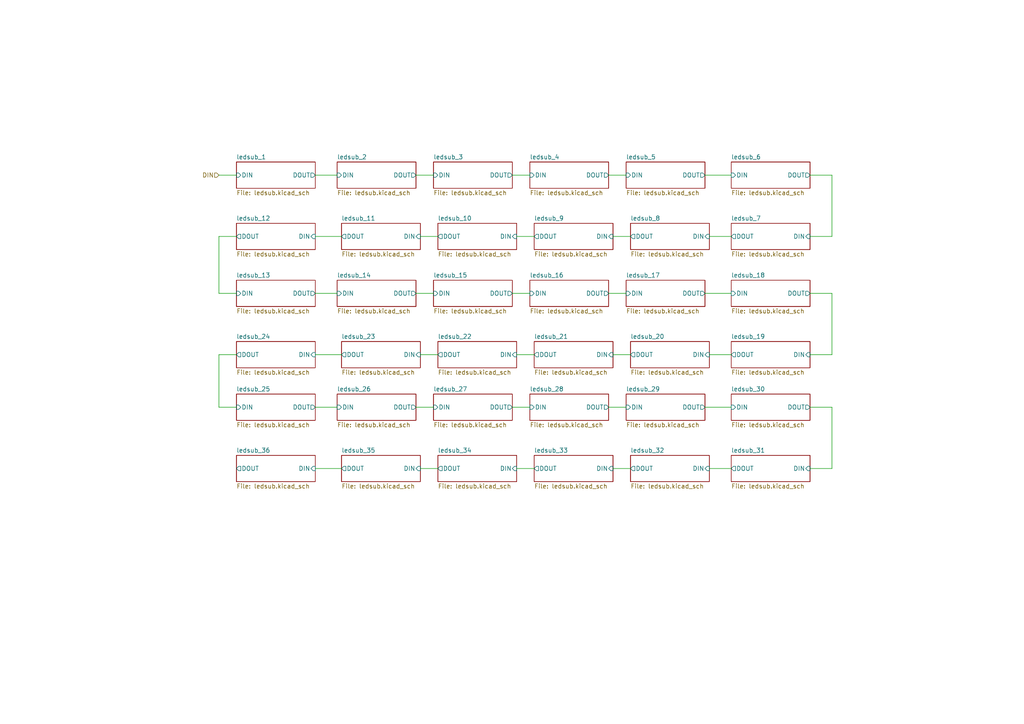
<source format=kicad_sch>
(kicad_sch
	(version 20231120)
	(generator "eeschema")
	(generator_version "8.0")
	(uuid "a4be7c34-1f6d-4a38-ab3c-fcd1dfa185d1")
	(paper "A4")
	(lib_symbols)
	(wire
		(pts
			(xy 91.44 118.11) (xy 97.79 118.11)
		)
		(stroke
			(width 0)
			(type default)
		)
		(uuid "03582ab2-6b0f-4e68-9df0-8a5bf522ee29")
	)
	(wire
		(pts
			(xy 99.06 102.87) (xy 91.44 102.87)
		)
		(stroke
			(width 0)
			(type default)
		)
		(uuid "0a28766a-6444-43cc-87b8-a1f4b078f6ea")
	)
	(wire
		(pts
			(xy 212.09 135.89) (xy 205.74 135.89)
		)
		(stroke
			(width 0)
			(type default)
		)
		(uuid "10bc6d04-cbfe-45b2-aed4-90b48ff8b3bb")
	)
	(wire
		(pts
			(xy 212.09 68.58) (xy 205.74 68.58)
		)
		(stroke
			(width 0)
			(type default)
		)
		(uuid "133cd851-e727-42d8-ab37-31ac343b3d9a")
	)
	(wire
		(pts
			(xy 204.47 85.09) (xy 212.09 85.09)
		)
		(stroke
			(width 0)
			(type default)
		)
		(uuid "166f49f4-b1ee-49bf-aead-d7f4bfcb4eaf")
	)
	(wire
		(pts
			(xy 91.44 50.8) (xy 97.79 50.8)
		)
		(stroke
			(width 0)
			(type default)
		)
		(uuid "26e5fc5e-52bd-4033-bd59-0dcff73442b6")
	)
	(wire
		(pts
			(xy 182.88 68.58) (xy 177.8 68.58)
		)
		(stroke
			(width 0)
			(type default)
		)
		(uuid "2ea43831-4ea4-4bd3-960b-33efd78baa46")
	)
	(wire
		(pts
			(xy 204.47 50.8) (xy 212.09 50.8)
		)
		(stroke
			(width 0)
			(type default)
		)
		(uuid "3001d018-0b41-4071-8d39-bf3781465691")
	)
	(wire
		(pts
			(xy 63.5 85.09) (xy 63.5 68.58)
		)
		(stroke
			(width 0)
			(type default)
		)
		(uuid "339541a5-7c5c-42a5-bb7a-5772083aa27f")
	)
	(wire
		(pts
			(xy 241.3 85.09) (xy 234.95 85.09)
		)
		(stroke
			(width 0)
			(type default)
		)
		(uuid "3c5aae41-31ba-4762-99de-cae6f1c5104d")
	)
	(wire
		(pts
			(xy 212.09 102.87) (xy 205.74 102.87)
		)
		(stroke
			(width 0)
			(type default)
		)
		(uuid "3e9270c6-b4a7-4b40-936c-34003753b5c7")
	)
	(wire
		(pts
			(xy 148.59 118.11) (xy 153.67 118.11)
		)
		(stroke
			(width 0)
			(type default)
		)
		(uuid "3f823221-00be-4255-b22a-b6fed97c4bb3")
	)
	(wire
		(pts
			(xy 182.88 135.89) (xy 177.8 135.89)
		)
		(stroke
			(width 0)
			(type default)
		)
		(uuid "40a15dda-0dee-45b8-9d5b-4192d0736892")
	)
	(wire
		(pts
			(xy 99.06 68.58) (xy 91.44 68.58)
		)
		(stroke
			(width 0)
			(type default)
		)
		(uuid "41644e53-51a5-452a-ac14-897d90df88c1")
	)
	(wire
		(pts
			(xy 120.65 50.8) (xy 125.73 50.8)
		)
		(stroke
			(width 0)
			(type default)
		)
		(uuid "46cfc454-fdf1-4da6-8378-7c104fd6532f")
	)
	(wire
		(pts
			(xy 241.3 102.87) (xy 241.3 85.09)
		)
		(stroke
			(width 0)
			(type default)
		)
		(uuid "506ba66a-f5ca-47eb-a454-e8cf029d8efd")
	)
	(wire
		(pts
			(xy 148.59 50.8) (xy 153.67 50.8)
		)
		(stroke
			(width 0)
			(type default)
		)
		(uuid "5310c6d6-5bde-4296-a4c2-dc50affb8a72")
	)
	(wire
		(pts
			(xy 241.3 68.58) (xy 241.3 50.8)
		)
		(stroke
			(width 0)
			(type default)
		)
		(uuid "54b2b7b8-30cf-4a61-b2c9-c65459774cfd")
	)
	(wire
		(pts
			(xy 182.88 102.87) (xy 177.8 102.87)
		)
		(stroke
			(width 0)
			(type default)
		)
		(uuid "5b31cd34-61ae-496d-8663-c126400b3970")
	)
	(wire
		(pts
			(xy 234.95 102.87) (xy 241.3 102.87)
		)
		(stroke
			(width 0)
			(type default)
		)
		(uuid "5b62597d-bab7-44d2-aa75-4bcc133091f8")
	)
	(wire
		(pts
			(xy 176.53 118.11) (xy 181.61 118.11)
		)
		(stroke
			(width 0)
			(type default)
		)
		(uuid "5c1f6618-e984-4db5-bc64-85c0a0249b5a")
	)
	(wire
		(pts
			(xy 204.47 118.11) (xy 212.09 118.11)
		)
		(stroke
			(width 0)
			(type default)
		)
		(uuid "684a811c-fe65-4aa8-ad8c-a4092de6802a")
	)
	(wire
		(pts
			(xy 68.58 85.09) (xy 63.5 85.09)
		)
		(stroke
			(width 0)
			(type default)
		)
		(uuid "6a710121-6859-4f50-9659-c31f3ddd23f6")
	)
	(wire
		(pts
			(xy 154.94 68.58) (xy 149.86 68.58)
		)
		(stroke
			(width 0)
			(type default)
		)
		(uuid "6fb6e8bf-5ac7-4bf5-89e9-bde75610e5bd")
	)
	(wire
		(pts
			(xy 91.44 85.09) (xy 97.79 85.09)
		)
		(stroke
			(width 0)
			(type default)
		)
		(uuid "7d53a1d2-aa54-42e5-b71a-19d2bd078fd2")
	)
	(wire
		(pts
			(xy 63.5 68.58) (xy 68.58 68.58)
		)
		(stroke
			(width 0)
			(type default)
		)
		(uuid "804f947e-9aa6-44aa-a5cd-991bfc0eb43e")
	)
	(wire
		(pts
			(xy 176.53 85.09) (xy 181.61 85.09)
		)
		(stroke
			(width 0)
			(type default)
		)
		(uuid "8b7dcd5d-db56-4e13-99f4-7ec4a43abed4")
	)
	(wire
		(pts
			(xy 127 68.58) (xy 121.92 68.58)
		)
		(stroke
			(width 0)
			(type default)
		)
		(uuid "9588d10a-a797-4a42-bd7a-c1da3f7897a6")
	)
	(wire
		(pts
			(xy 148.59 85.09) (xy 153.67 85.09)
		)
		(stroke
			(width 0)
			(type default)
		)
		(uuid "9669c678-d04a-4516-a3e1-47727feba35f")
	)
	(wire
		(pts
			(xy 154.94 135.89) (xy 149.86 135.89)
		)
		(stroke
			(width 0)
			(type default)
		)
		(uuid "9932625c-b7eb-4420-acb7-16dec0bfa1f2")
	)
	(wire
		(pts
			(xy 154.94 102.87) (xy 149.86 102.87)
		)
		(stroke
			(width 0)
			(type default)
		)
		(uuid "99ea0f42-66f2-4be4-bb2e-d0e682094701")
	)
	(wire
		(pts
			(xy 63.5 50.8) (xy 68.58 50.8)
		)
		(stroke
			(width 0)
			(type default)
		)
		(uuid "9a28ebdc-0a85-4631-a039-70d09fb0c853")
	)
	(wire
		(pts
			(xy 241.3 135.89) (xy 241.3 118.11)
		)
		(stroke
			(width 0)
			(type default)
		)
		(uuid "9c2c35f8-201a-497c-a1d1-a5fe64526210")
	)
	(wire
		(pts
			(xy 127 135.89) (xy 121.92 135.89)
		)
		(stroke
			(width 0)
			(type default)
		)
		(uuid "a0299786-6e85-40bd-82cf-17219aa0424c")
	)
	(wire
		(pts
			(xy 63.5 118.11) (xy 63.5 102.87)
		)
		(stroke
			(width 0)
			(type default)
		)
		(uuid "a5256b15-516e-4d39-ae69-272b75e419bc")
	)
	(wire
		(pts
			(xy 127 102.87) (xy 121.92 102.87)
		)
		(stroke
			(width 0)
			(type default)
		)
		(uuid "a67d559e-c9bf-4642-9343-5bc7121325c6")
	)
	(wire
		(pts
			(xy 120.65 85.09) (xy 125.73 85.09)
		)
		(stroke
			(width 0)
			(type default)
		)
		(uuid "b1d177fd-a51b-49c6-a006-17078f041801")
	)
	(wire
		(pts
			(xy 176.53 50.8) (xy 181.61 50.8)
		)
		(stroke
			(width 0)
			(type default)
		)
		(uuid "c21b050f-85b6-45a1-b516-4b40186a4887")
	)
	(wire
		(pts
			(xy 234.95 68.58) (xy 241.3 68.58)
		)
		(stroke
			(width 0)
			(type default)
		)
		(uuid "c538c337-6448-4815-8585-d2b437633207")
	)
	(wire
		(pts
			(xy 99.06 135.89) (xy 91.44 135.89)
		)
		(stroke
			(width 0)
			(type default)
		)
		(uuid "d03f9161-afb8-4c55-8bca-635281344ce1")
	)
	(wire
		(pts
			(xy 241.3 118.11) (xy 234.95 118.11)
		)
		(stroke
			(width 0)
			(type default)
		)
		(uuid "d1e2815b-605d-4149-aa88-4e4981703ace")
	)
	(wire
		(pts
			(xy 68.58 118.11) (xy 63.5 118.11)
		)
		(stroke
			(width 0)
			(type default)
		)
		(uuid "dfb4685d-23f4-44dd-9c60-cde8eb8bac93")
	)
	(wire
		(pts
			(xy 234.95 135.89) (xy 241.3 135.89)
		)
		(stroke
			(width 0)
			(type default)
		)
		(uuid "e789401c-6b03-417a-84aa-b554fc2265a3")
	)
	(wire
		(pts
			(xy 241.3 50.8) (xy 234.95 50.8)
		)
		(stroke
			(width 0)
			(type default)
		)
		(uuid "f3ad3b9e-f9d2-48f1-8fa7-bda55686b877")
	)
	(wire
		(pts
			(xy 120.65 118.11) (xy 125.73 118.11)
		)
		(stroke
			(width 0)
			(type default)
		)
		(uuid "f876b8d1-91f3-4f42-99c3-b5f67831c741")
	)
	(wire
		(pts
			(xy 63.5 102.87) (xy 68.58 102.87)
		)
		(stroke
			(width 0)
			(type default)
		)
		(uuid "fbd71b05-571a-4f5a-b4c7-421642b015b5")
	)
	(hierarchical_label "DIN"
		(shape input)
		(at 63.5 50.8 180)
		(fields_autoplaced yes)
		(effects
			(font
				(size 1.27 1.27)
			)
			(justify right)
		)
		(uuid "a69dd6f4-1e7c-4162-b878-6d61d36b9759")
	)
	(sheet
		(at 154.94 64.77)
		(size 22.86 7.62)
		(fields_autoplaced yes)
		(stroke
			(width 0.1524)
			(type solid)
		)
		(fill
			(color 0 0 0 0.0000)
		)
		(uuid "014de56d-2c42-466f-9bf1-2296f1e6fdd2")
		(property "Sheetname" "ledsub_9"
			(at 154.94 64.0584 0)
			(effects
				(font
					(size 1.27 1.27)
				)
				(justify left bottom)
			)
		)
		(property "Sheetfile" "ledsub.kicad_sch"
			(at 154.94 72.9746 0)
			(effects
				(font
					(size 1.27 1.27)
				)
				(justify left top)
			)
		)
		(pin "DIN" input
			(at 177.8 68.58 0)
			(effects
				(font
					(size 1.27 1.27)
				)
				(justify right)
			)
			(uuid "6254ee75-dd15-4ab2-90bf-00ac84d5ddb8")
		)
		(pin "DOUT" output
			(at 154.94 68.58 180)
			(effects
				(font
					(size 1.27 1.27)
				)
				(justify left)
			)
			(uuid "f1ecc466-b6b8-4c40-97fb-626bef2d84e3")
		)
		(instances
			(project "bizcard"
				(path "/7f3f26e1-61db-49d8-a68c-f315156bfd80/5d8cbbad-9a8a-47b9-976a-c32e026d92ff"
					(page "13")
				)
			)
		)
	)
	(sheet
		(at 127 64.77)
		(size 22.86 7.62)
		(fields_autoplaced yes)
		(stroke
			(width 0.1524)
			(type solid)
		)
		(fill
			(color 0 0 0 0.0000)
		)
		(uuid "04e99d1c-5915-4bd5-aebd-273f0aab74f7")
		(property "Sheetname" "ledsub_10"
			(at 127 64.0584 0)
			(effects
				(font
					(size 1.27 1.27)
				)
				(justify left bottom)
			)
		)
		(property "Sheetfile" "ledsub.kicad_sch"
			(at 127 72.9746 0)
			(effects
				(font
					(size 1.27 1.27)
				)
				(justify left top)
			)
		)
		(pin "DIN" input
			(at 149.86 68.58 0)
			(effects
				(font
					(size 1.27 1.27)
				)
				(justify right)
			)
			(uuid "94d521db-050f-4adb-8f7c-f7ac1cf82cb6")
		)
		(pin "DOUT" output
			(at 127 68.58 180)
			(effects
				(font
					(size 1.27 1.27)
				)
				(justify left)
			)
			(uuid "1871d0e3-67a4-4cc6-b97e-c5c78d035352")
		)
		(instances
			(project "bizcard"
				(path "/7f3f26e1-61db-49d8-a68c-f315156bfd80/5d8cbbad-9a8a-47b9-976a-c32e026d92ff"
					(page "14")
				)
			)
		)
	)
	(sheet
		(at 68.58 64.77)
		(size 22.86 7.62)
		(fields_autoplaced yes)
		(stroke
			(width 0.1524)
			(type solid)
		)
		(fill
			(color 0 0 0 0.0000)
		)
		(uuid "056fc479-57d5-41fb-a0de-7dee4968383e")
		(property "Sheetname" "ledsub_12"
			(at 68.58 64.0584 0)
			(effects
				(font
					(size 1.27 1.27)
				)
				(justify left bottom)
			)
		)
		(property "Sheetfile" "ledsub.kicad_sch"
			(at 68.58 72.9746 0)
			(effects
				(font
					(size 1.27 1.27)
				)
				(justify left top)
			)
		)
		(pin "DIN" input
			(at 91.44 68.58 0)
			(effects
				(font
					(size 1.27 1.27)
				)
				(justify right)
			)
			(uuid "9381a790-2993-431a-9416-9bda48dde656")
		)
		(pin "DOUT" output
			(at 68.58 68.58 180)
			(effects
				(font
					(size 1.27 1.27)
				)
				(justify left)
			)
			(uuid "a61d82b5-0636-4f66-a86d-20a347e5c937")
		)
		(instances
			(project "bizcard"
				(path "/7f3f26e1-61db-49d8-a68c-f315156bfd80/5d8cbbad-9a8a-47b9-976a-c32e026d92ff"
					(page "16")
				)
			)
		)
	)
	(sheet
		(at 154.94 132.08)
		(size 22.86 7.62)
		(fields_autoplaced yes)
		(stroke
			(width 0.1524)
			(type solid)
		)
		(fill
			(color 0 0 0 0.0000)
		)
		(uuid "07888c57-525e-47ba-9cf9-19a694a4c400")
		(property "Sheetname" "ledsub_33"
			(at 154.94 131.3684 0)
			(effects
				(font
					(size 1.27 1.27)
				)
				(justify left bottom)
			)
		)
		(property "Sheetfile" "ledsub.kicad_sch"
			(at 154.94 140.2846 0)
			(effects
				(font
					(size 1.27 1.27)
				)
				(justify left top)
			)
		)
		(pin "DIN" input
			(at 177.8 135.89 0)
			(effects
				(font
					(size 1.27 1.27)
				)
				(justify right)
			)
			(uuid "ce8bf1c7-b356-4ad6-aa8f-246945d2c7f2")
		)
		(pin "DOUT" output
			(at 154.94 135.89 180)
			(effects
				(font
					(size 1.27 1.27)
				)
				(justify left)
			)
			(uuid "851c5c6c-0154-43e7-934b-2417a8abc707")
		)
		(instances
			(project "bizcard"
				(path "/7f3f26e1-61db-49d8-a68c-f315156bfd80/5d8cbbad-9a8a-47b9-976a-c32e026d92ff"
					(page "37")
				)
			)
		)
	)
	(sheet
		(at 99.06 132.08)
		(size 22.86 7.62)
		(fields_autoplaced yes)
		(stroke
			(width 0.1524)
			(type solid)
		)
		(fill
			(color 0 0 0 0.0000)
		)
		(uuid "17acfebc-990f-42a7-8281-1633462317e4")
		(property "Sheetname" "ledsub_35"
			(at 99.06 131.3684 0)
			(effects
				(font
					(size 1.27 1.27)
				)
				(justify left bottom)
			)
		)
		(property "Sheetfile" "ledsub.kicad_sch"
			(at 99.06 140.2846 0)
			(effects
				(font
					(size 1.27 1.27)
				)
				(justify left top)
			)
		)
		(pin "DIN" input
			(at 121.92 135.89 0)
			(effects
				(font
					(size 1.27 1.27)
				)
				(justify right)
			)
			(uuid "f2f3ed0b-4b20-4b8b-9ee4-69b6bf3d8adc")
		)
		(pin "DOUT" output
			(at 99.06 135.89 180)
			(effects
				(font
					(size 1.27 1.27)
				)
				(justify left)
			)
			(uuid "e24d26f0-5e20-4278-a4bf-8144b2e130f2")
		)
		(instances
			(project "bizcard"
				(path "/7f3f26e1-61db-49d8-a68c-f315156bfd80/5d8cbbad-9a8a-47b9-976a-c32e026d92ff"
					(page "39")
				)
			)
		)
	)
	(sheet
		(at 125.73 46.99)
		(size 22.86 7.62)
		(fields_autoplaced yes)
		(stroke
			(width 0.1524)
			(type solid)
		)
		(fill
			(color 0 0 0 0.0000)
		)
		(uuid "20d8baf3-3b0f-46af-a5c6-a61880b38a0a")
		(property "Sheetname" "ledsub_3"
			(at 125.73 46.2784 0)
			(effects
				(font
					(size 1.27 1.27)
				)
				(justify left bottom)
			)
		)
		(property "Sheetfile" "ledsub.kicad_sch"
			(at 125.73 55.1946 0)
			(effects
				(font
					(size 1.27 1.27)
				)
				(justify left top)
			)
		)
		(pin "DIN" input
			(at 125.73 50.8 180)
			(effects
				(font
					(size 1.27 1.27)
				)
				(justify left)
			)
			(uuid "50d9ea25-6b94-4988-9590-c58bdee6d72d")
		)
		(pin "DOUT" output
			(at 148.59 50.8 0)
			(effects
				(font
					(size 1.27 1.27)
				)
				(justify right)
			)
			(uuid "c7539f90-20e8-491f-84fe-f707b06e14b0")
		)
		(instances
			(project "bizcard"
				(path "/7f3f26e1-61db-49d8-a68c-f315156bfd80/5d8cbbad-9a8a-47b9-976a-c32e026d92ff"
					(page "7")
				)
			)
		)
	)
	(sheet
		(at 99.06 99.06)
		(size 22.86 7.62)
		(fields_autoplaced yes)
		(stroke
			(width 0.1524)
			(type solid)
		)
		(fill
			(color 0 0 0 0.0000)
		)
		(uuid "2aba44fb-b482-4569-be03-5ff37c7ec04f")
		(property "Sheetname" "ledsub_23"
			(at 99.06 98.3484 0)
			(effects
				(font
					(size 1.27 1.27)
				)
				(justify left bottom)
			)
		)
		(property "Sheetfile" "ledsub.kicad_sch"
			(at 99.06 107.2646 0)
			(effects
				(font
					(size 1.27 1.27)
				)
				(justify left top)
			)
		)
		(pin "DIN" input
			(at 121.92 102.87 0)
			(effects
				(font
					(size 1.27 1.27)
				)
				(justify right)
			)
			(uuid "b22ba824-731a-40d1-b559-2c52848aafe1")
		)
		(pin "DOUT" output
			(at 99.06 102.87 180)
			(effects
				(font
					(size 1.27 1.27)
				)
				(justify left)
			)
			(uuid "8b6747ed-3283-4491-8cce-ef404b566f78")
		)
		(instances
			(project "bizcard"
				(path "/7f3f26e1-61db-49d8-a68c-f315156bfd80/5d8cbbad-9a8a-47b9-976a-c32e026d92ff"
					(page "27")
				)
			)
		)
	)
	(sheet
		(at 212.09 99.06)
		(size 22.86 7.62)
		(fields_autoplaced yes)
		(stroke
			(width 0.1524)
			(type solid)
		)
		(fill
			(color 0 0 0 0.0000)
		)
		(uuid "2af11d9f-0faa-42ab-b4b8-5767908cf4b4")
		(property "Sheetname" "ledsub_19"
			(at 212.09 98.3484 0)
			(effects
				(font
					(size 1.27 1.27)
				)
				(justify left bottom)
			)
		)
		(property "Sheetfile" "ledsub.kicad_sch"
			(at 212.09 107.2646 0)
			(effects
				(font
					(size 1.27 1.27)
				)
				(justify left top)
			)
		)
		(pin "DIN" input
			(at 234.95 102.87 0)
			(effects
				(font
					(size 1.27 1.27)
				)
				(justify right)
			)
			(uuid "6b12a07e-0971-440e-8cd9-edf729add05b")
		)
		(pin "DOUT" output
			(at 212.09 102.87 180)
			(effects
				(font
					(size 1.27 1.27)
				)
				(justify left)
			)
			(uuid "f4ebc666-6ddf-445f-acfb-5e48a9933bf4")
		)
		(instances
			(project "bizcard"
				(path "/7f3f26e1-61db-49d8-a68c-f315156bfd80/5d8cbbad-9a8a-47b9-976a-c32e026d92ff"
					(page "23")
				)
			)
		)
	)
	(sheet
		(at 127 99.06)
		(size 22.86 7.62)
		(fields_autoplaced yes)
		(stroke
			(width 0.1524)
			(type solid)
		)
		(fill
			(color 0 0 0 0.0000)
		)
		(uuid "2d351803-a951-49b1-936b-f3407b7af65e")
		(property "Sheetname" "ledsub_22"
			(at 127 98.3484 0)
			(effects
				(font
					(size 1.27 1.27)
				)
				(justify left bottom)
			)
		)
		(property "Sheetfile" "ledsub.kicad_sch"
			(at 127 107.2646 0)
			(effects
				(font
					(size 1.27 1.27)
				)
				(justify left top)
			)
		)
		(pin "DIN" input
			(at 149.86 102.87 0)
			(effects
				(font
					(size 1.27 1.27)
				)
				(justify right)
			)
			(uuid "794724c2-22ff-4606-a6d4-6e69b7e951e7")
		)
		(pin "DOUT" output
			(at 127 102.87 180)
			(effects
				(font
					(size 1.27 1.27)
				)
				(justify left)
			)
			(uuid "a99de226-931c-4bd3-8043-ac18c841ea4e")
		)
		(instances
			(project "bizcard"
				(path "/7f3f26e1-61db-49d8-a68c-f315156bfd80/5d8cbbad-9a8a-47b9-976a-c32e026d92ff"
					(page "26")
				)
			)
		)
	)
	(sheet
		(at 125.73 114.3)
		(size 22.86 7.62)
		(fields_autoplaced yes)
		(stroke
			(width 0.1524)
			(type solid)
		)
		(fill
			(color 0 0 0 0.0000)
		)
		(uuid "373355db-151c-4aba-97b5-d2d67f7b8595")
		(property "Sheetname" "ledsub_27"
			(at 125.73 113.5884 0)
			(effects
				(font
					(size 1.27 1.27)
				)
				(justify left bottom)
			)
		)
		(property "Sheetfile" "ledsub.kicad_sch"
			(at 125.73 122.5046 0)
			(effects
				(font
					(size 1.27 1.27)
				)
				(justify left top)
			)
		)
		(pin "DIN" input
			(at 125.73 118.11 180)
			(effects
				(font
					(size 1.27 1.27)
				)
				(justify left)
			)
			(uuid "c27414b2-4fba-4e7b-94b1-580441cccedb")
		)
		(pin "DOUT" output
			(at 148.59 118.11 0)
			(effects
				(font
					(size 1.27 1.27)
				)
				(justify right)
			)
			(uuid "b14c1573-3972-4d56-ba03-045529e8d138")
		)
		(instances
			(project "bizcard"
				(path "/7f3f26e1-61db-49d8-a68c-f315156bfd80/5d8cbbad-9a8a-47b9-976a-c32e026d92ff"
					(page "31")
				)
			)
		)
	)
	(sheet
		(at 154.94 99.06)
		(size 22.86 7.62)
		(fields_autoplaced yes)
		(stroke
			(width 0.1524)
			(type solid)
		)
		(fill
			(color 0 0 0 0.0000)
		)
		(uuid "3effd706-b85b-4b92-881c-50e75767ad87")
		(property "Sheetname" "ledsub_21"
			(at 154.94 98.3484 0)
			(effects
				(font
					(size 1.27 1.27)
				)
				(justify left bottom)
			)
		)
		(property "Sheetfile" "ledsub.kicad_sch"
			(at 154.94 107.2646 0)
			(effects
				(font
					(size 1.27 1.27)
				)
				(justify left top)
			)
		)
		(pin "DIN" input
			(at 177.8 102.87 0)
			(effects
				(font
					(size 1.27 1.27)
				)
				(justify right)
			)
			(uuid "810dabdc-b222-4c68-b3a2-3d3a9d61a450")
		)
		(pin "DOUT" output
			(at 154.94 102.87 180)
			(effects
				(font
					(size 1.27 1.27)
				)
				(justify left)
			)
			(uuid "76244ad8-61b8-44cf-beb6-917d9068edf1")
		)
		(instances
			(project "bizcard"
				(path "/7f3f26e1-61db-49d8-a68c-f315156bfd80/5d8cbbad-9a8a-47b9-976a-c32e026d92ff"
					(page "25")
				)
			)
		)
	)
	(sheet
		(at 68.58 114.3)
		(size 22.86 7.62)
		(fields_autoplaced yes)
		(stroke
			(width 0.1524)
			(type solid)
		)
		(fill
			(color 0 0 0 0.0000)
		)
		(uuid "3f265ef2-0d4c-4497-9599-791998c75c1d")
		(property "Sheetname" "ledsub_25"
			(at 68.58 113.5884 0)
			(effects
				(font
					(size 1.27 1.27)
				)
				(justify left bottom)
			)
		)
		(property "Sheetfile" "ledsub.kicad_sch"
			(at 68.58 122.5046 0)
			(effects
				(font
					(size 1.27 1.27)
				)
				(justify left top)
			)
		)
		(pin "DIN" input
			(at 68.58 118.11 180)
			(effects
				(font
					(size 1.27 1.27)
				)
				(justify left)
			)
			(uuid "8caa447f-4502-4b4c-a32d-c81c6dd1fb2d")
		)
		(pin "DOUT" output
			(at 91.44 118.11 0)
			(effects
				(font
					(size 1.27 1.27)
				)
				(justify right)
			)
			(uuid "653d67f1-2f8c-4098-9efb-3cd2fca6809e")
		)
		(instances
			(project "bizcard"
				(path "/7f3f26e1-61db-49d8-a68c-f315156bfd80/5d8cbbad-9a8a-47b9-976a-c32e026d92ff"
					(page "29")
				)
			)
		)
	)
	(sheet
		(at 212.09 64.77)
		(size 22.86 7.62)
		(fields_autoplaced yes)
		(stroke
			(width 0.1524)
			(type solid)
		)
		(fill
			(color 0 0 0 0.0000)
		)
		(uuid "49390c7a-2128-4f61-beed-8dc7ffc01497")
		(property "Sheetname" "ledsub_7"
			(at 212.09 64.0584 0)
			(effects
				(font
					(size 1.27 1.27)
				)
				(justify left bottom)
			)
		)
		(property "Sheetfile" "ledsub.kicad_sch"
			(at 212.09 72.9746 0)
			(effects
				(font
					(size 1.27 1.27)
				)
				(justify left top)
			)
		)
		(pin "DIN" input
			(at 234.95 68.58 0)
			(effects
				(font
					(size 1.27 1.27)
				)
				(justify right)
			)
			(uuid "be95a52f-cdd2-4453-a78b-c7155a37cac7")
		)
		(pin "DOUT" output
			(at 212.09 68.58 180)
			(effects
				(font
					(size 1.27 1.27)
				)
				(justify left)
			)
			(uuid "9ab36d8d-6c78-4d16-b079-9a72647f9f3d")
		)
		(instances
			(project "bizcard"
				(path "/7f3f26e1-61db-49d8-a68c-f315156bfd80/5d8cbbad-9a8a-47b9-976a-c32e026d92ff"
					(page "11")
				)
			)
		)
	)
	(sheet
		(at 97.79 114.3)
		(size 22.86 7.62)
		(fields_autoplaced yes)
		(stroke
			(width 0.1524)
			(type solid)
		)
		(fill
			(color 0 0 0 0.0000)
		)
		(uuid "59f46179-eaa3-49e4-b6f7-ba9513cbb4c9")
		(property "Sheetname" "ledsub_26"
			(at 97.79 113.5884 0)
			(effects
				(font
					(size 1.27 1.27)
				)
				(justify left bottom)
			)
		)
		(property "Sheetfile" "ledsub.kicad_sch"
			(at 97.79 122.5046 0)
			(effects
				(font
					(size 1.27 1.27)
				)
				(justify left top)
			)
		)
		(pin "DIN" input
			(at 97.79 118.11 180)
			(effects
				(font
					(size 1.27 1.27)
				)
				(justify left)
			)
			(uuid "13685d03-c226-49b6-aca5-1b65aea6e6f0")
		)
		(pin "DOUT" output
			(at 120.65 118.11 0)
			(effects
				(font
					(size 1.27 1.27)
				)
				(justify right)
			)
			(uuid "ff2d8fe3-22e9-43c5-9e3c-0f50fa672355")
		)
		(instances
			(project "bizcard"
				(path "/7f3f26e1-61db-49d8-a68c-f315156bfd80/5d8cbbad-9a8a-47b9-976a-c32e026d92ff"
					(page "30")
				)
			)
		)
	)
	(sheet
		(at 97.79 81.28)
		(size 22.86 7.62)
		(fields_autoplaced yes)
		(stroke
			(width 0.1524)
			(type solid)
		)
		(fill
			(color 0 0 0 0.0000)
		)
		(uuid "62e7a1dc-740d-4e4a-8234-4648feaff875")
		(property "Sheetname" "ledsub_14"
			(at 97.79 80.5684 0)
			(effects
				(font
					(size 1.27 1.27)
				)
				(justify left bottom)
			)
		)
		(property "Sheetfile" "ledsub.kicad_sch"
			(at 97.79 89.4846 0)
			(effects
				(font
					(size 1.27 1.27)
				)
				(justify left top)
			)
		)
		(pin "DIN" input
			(at 97.79 85.09 180)
			(effects
				(font
					(size 1.27 1.27)
				)
				(justify left)
			)
			(uuid "34039315-a499-4f42-80d3-a8017d26a16d")
		)
		(pin "DOUT" output
			(at 120.65 85.09 0)
			(effects
				(font
					(size 1.27 1.27)
				)
				(justify right)
			)
			(uuid "c21188c2-125f-4ac6-ac91-34296d01b1d8")
		)
		(instances
			(project "bizcard"
				(path "/7f3f26e1-61db-49d8-a68c-f315156bfd80/5d8cbbad-9a8a-47b9-976a-c32e026d92ff"
					(page "18")
				)
			)
		)
	)
	(sheet
		(at 127 132.08)
		(size 22.86 7.62)
		(fields_autoplaced yes)
		(stroke
			(width 0.1524)
			(type solid)
		)
		(fill
			(color 0 0 0 0.0000)
		)
		(uuid "668d5b9c-1612-44ec-b636-be70df38776f")
		(property "Sheetname" "ledsub_34"
			(at 127 131.3684 0)
			(effects
				(font
					(size 1.27 1.27)
				)
				(justify left bottom)
			)
		)
		(property "Sheetfile" "ledsub.kicad_sch"
			(at 127 140.2846 0)
			(effects
				(font
					(size 1.27 1.27)
				)
				(justify left top)
			)
		)
		(pin "DIN" input
			(at 149.86 135.89 0)
			(effects
				(font
					(size 1.27 1.27)
				)
				(justify right)
			)
			(uuid "576bebd8-72b6-402f-9d6f-e8d8717c4d4a")
		)
		(pin "DOUT" output
			(at 127 135.89 180)
			(effects
				(font
					(size 1.27 1.27)
				)
				(justify left)
			)
			(uuid "553f7f62-dbbc-484f-b6b7-7024bce5d0aa")
		)
		(instances
			(project "bizcard"
				(path "/7f3f26e1-61db-49d8-a68c-f315156bfd80/5d8cbbad-9a8a-47b9-976a-c32e026d92ff"
					(page "38")
				)
			)
		)
	)
	(sheet
		(at 153.67 114.3)
		(size 22.86 7.62)
		(fields_autoplaced yes)
		(stroke
			(width 0.1524)
			(type solid)
		)
		(fill
			(color 0 0 0 0.0000)
		)
		(uuid "7064f8e4-7de6-43dd-a81f-2f3f9a1a0f75")
		(property "Sheetname" "ledsub_28"
			(at 153.67 113.5884 0)
			(effects
				(font
					(size 1.27 1.27)
				)
				(justify left bottom)
			)
		)
		(property "Sheetfile" "ledsub.kicad_sch"
			(at 153.67 122.5046 0)
			(effects
				(font
					(size 1.27 1.27)
				)
				(justify left top)
			)
		)
		(pin "DIN" input
			(at 153.67 118.11 180)
			(effects
				(font
					(size 1.27 1.27)
				)
				(justify left)
			)
			(uuid "ce317913-ee90-4d76-ae5b-24a318a86908")
		)
		(pin "DOUT" output
			(at 176.53 118.11 0)
			(effects
				(font
					(size 1.27 1.27)
				)
				(justify right)
			)
			(uuid "2a625d62-227e-4fa9-b5de-fe2bf33207f3")
		)
		(instances
			(project "bizcard"
				(path "/7f3f26e1-61db-49d8-a68c-f315156bfd80/5d8cbbad-9a8a-47b9-976a-c32e026d92ff"
					(page "32")
				)
			)
		)
	)
	(sheet
		(at 182.88 132.08)
		(size 22.86 7.62)
		(fields_autoplaced yes)
		(stroke
			(width 0.1524)
			(type solid)
		)
		(fill
			(color 0 0 0 0.0000)
		)
		(uuid "7af859dd-a8bd-422c-840a-19be4da4f714")
		(property "Sheetname" "ledsub_32"
			(at 182.88 131.3684 0)
			(effects
				(font
					(size 1.27 1.27)
				)
				(justify left bottom)
			)
		)
		(property "Sheetfile" "ledsub.kicad_sch"
			(at 182.88 140.2846 0)
			(effects
				(font
					(size 1.27 1.27)
				)
				(justify left top)
			)
		)
		(pin "DIN" input
			(at 205.74 135.89 0)
			(effects
				(font
					(size 1.27 1.27)
				)
				(justify right)
			)
			(uuid "d80874a3-8f28-4d74-b022-aba5612167ab")
		)
		(pin "DOUT" output
			(at 182.88 135.89 180)
			(effects
				(font
					(size 1.27 1.27)
				)
				(justify left)
			)
			(uuid "d1cd84c1-307f-419a-8c0a-0caa5bc07717")
		)
		(instances
			(project "bizcard"
				(path "/7f3f26e1-61db-49d8-a68c-f315156bfd80/5d8cbbad-9a8a-47b9-976a-c32e026d92ff"
					(page "36")
				)
			)
		)
	)
	(sheet
		(at 68.58 81.28)
		(size 22.86 7.62)
		(fields_autoplaced yes)
		(stroke
			(width 0.1524)
			(type solid)
		)
		(fill
			(color 0 0 0 0.0000)
		)
		(uuid "7bfe7337-3231-4693-a467-e1de441cb632")
		(property "Sheetname" "ledsub_13"
			(at 68.58 80.5684 0)
			(effects
				(font
					(size 1.27 1.27)
				)
				(justify left bottom)
			)
		)
		(property "Sheetfile" "ledsub.kicad_sch"
			(at 68.58 89.4846 0)
			(effects
				(font
					(size 1.27 1.27)
				)
				(justify left top)
			)
		)
		(pin "DIN" input
			(at 68.58 85.09 180)
			(effects
				(font
					(size 1.27 1.27)
				)
				(justify left)
			)
			(uuid "978101c9-f743-4cb2-b77f-d8deacd4afc0")
		)
		(pin "DOUT" output
			(at 91.44 85.09 0)
			(effects
				(font
					(size 1.27 1.27)
				)
				(justify right)
			)
			(uuid "14284a6b-8726-4539-a20e-68e0bfdd56ad")
		)
		(instances
			(project "bizcard"
				(path "/7f3f26e1-61db-49d8-a68c-f315156bfd80/5d8cbbad-9a8a-47b9-976a-c32e026d92ff"
					(page "17")
				)
			)
		)
	)
	(sheet
		(at 99.06 64.77)
		(size 22.86 7.62)
		(fields_autoplaced yes)
		(stroke
			(width 0.1524)
			(type solid)
		)
		(fill
			(color 0 0 0 0.0000)
		)
		(uuid "82f5945d-d9a1-4b8d-b260-7659bc126cab")
		(property "Sheetname" "ledsub_11"
			(at 99.06 64.0584 0)
			(effects
				(font
					(size 1.27 1.27)
				)
				(justify left bottom)
			)
		)
		(property "Sheetfile" "ledsub.kicad_sch"
			(at 99.06 72.9746 0)
			(effects
				(font
					(size 1.27 1.27)
				)
				(justify left top)
			)
		)
		(pin "DIN" input
			(at 121.92 68.58 0)
			(effects
				(font
					(size 1.27 1.27)
				)
				(justify right)
			)
			(uuid "36e083a0-ff4d-49d6-bf46-d82301003d8d")
		)
		(pin "DOUT" output
			(at 99.06 68.58 180)
			(effects
				(font
					(size 1.27 1.27)
				)
				(justify left)
			)
			(uuid "9e1760a3-e2ec-4099-9c78-edbcca9cc3f9")
		)
		(instances
			(project "bizcard"
				(path "/7f3f26e1-61db-49d8-a68c-f315156bfd80/5d8cbbad-9a8a-47b9-976a-c32e026d92ff"
					(page "15")
				)
			)
		)
	)
	(sheet
		(at 212.09 132.08)
		(size 22.86 7.62)
		(fields_autoplaced yes)
		(stroke
			(width 0.1524)
			(type solid)
		)
		(fill
			(color 0 0 0 0.0000)
		)
		(uuid "87289c29-58df-42ab-a67e-edfae930b805")
		(property "Sheetname" "ledsub_31"
			(at 212.09 131.3684 0)
			(effects
				(font
					(size 1.27 1.27)
				)
				(justify left bottom)
			)
		)
		(property "Sheetfile" "ledsub.kicad_sch"
			(at 212.09 140.2846 0)
			(effects
				(font
					(size 1.27 1.27)
				)
				(justify left top)
			)
		)
		(pin "DIN" input
			(at 234.95 135.89 0)
			(effects
				(font
					(size 1.27 1.27)
				)
				(justify right)
			)
			(uuid "4e91d86c-8e88-4395-b487-88300ce95cdc")
		)
		(pin "DOUT" output
			(at 212.09 135.89 180)
			(effects
				(font
					(size 1.27 1.27)
				)
				(justify left)
			)
			(uuid "3a946067-82cc-4806-9a71-0956f8841cc8")
		)
		(instances
			(project "bizcard"
				(path "/7f3f26e1-61db-49d8-a68c-f315156bfd80/5d8cbbad-9a8a-47b9-976a-c32e026d92ff"
					(page "35")
				)
			)
		)
	)
	(sheet
		(at 68.58 46.99)
		(size 22.86 7.62)
		(fields_autoplaced yes)
		(stroke
			(width 0.1524)
			(type solid)
		)
		(fill
			(color 0 0 0 0.0000)
		)
		(uuid "93c1b363-d575-4f58-b147-315e050d95c9")
		(property "Sheetname" "ledsub_1"
			(at 68.58 46.2784 0)
			(effects
				(font
					(size 1.27 1.27)
				)
				(justify left bottom)
			)
		)
		(property "Sheetfile" "ledsub.kicad_sch"
			(at 68.58 55.1946 0)
			(effects
				(font
					(size 1.27 1.27)
				)
				(justify left top)
			)
		)
		(pin "DIN" input
			(at 68.58 50.8 180)
			(effects
				(font
					(size 1.27 1.27)
				)
				(justify left)
			)
			(uuid "2c0549fa-6226-476b-88c1-446835d2c378")
		)
		(pin "DOUT" output
			(at 91.44 50.8 0)
			(effects
				(font
					(size 1.27 1.27)
				)
				(justify right)
			)
			(uuid "97b28645-b1f3-405c-8681-29ccf74969a5")
		)
		(instances
			(project "bizcard"
				(path "/7f3f26e1-61db-49d8-a68c-f315156bfd80/5d8cbbad-9a8a-47b9-976a-c32e026d92ff"
					(page "5")
				)
			)
		)
	)
	(sheet
		(at 212.09 81.28)
		(size 22.86 7.62)
		(fields_autoplaced yes)
		(stroke
			(width 0.1524)
			(type solid)
		)
		(fill
			(color 0 0 0 0.0000)
		)
		(uuid "9a34d8c1-8ed0-4b3c-8d13-f11bb7c22474")
		(property "Sheetname" "ledsub_18"
			(at 212.09 80.5684 0)
			(effects
				(font
					(size 1.27 1.27)
				)
				(justify left bottom)
			)
		)
		(property "Sheetfile" "ledsub.kicad_sch"
			(at 212.09 89.4846 0)
			(effects
				(font
					(size 1.27 1.27)
				)
				(justify left top)
			)
		)
		(pin "DIN" input
			(at 212.09 85.09 180)
			(effects
				(font
					(size 1.27 1.27)
				)
				(justify left)
			)
			(uuid "05162080-0a4a-4bc7-ae54-d2aa777f33c9")
		)
		(pin "DOUT" output
			(at 234.95 85.09 0)
			(effects
				(font
					(size 1.27 1.27)
				)
				(justify right)
			)
			(uuid "2311eff6-dc01-4400-a62b-e6466e76ceca")
		)
		(instances
			(project "bizcard"
				(path "/7f3f26e1-61db-49d8-a68c-f315156bfd80/5d8cbbad-9a8a-47b9-976a-c32e026d92ff"
					(page "22")
				)
			)
		)
	)
	(sheet
		(at 181.61 81.28)
		(size 22.86 7.62)
		(fields_autoplaced yes)
		(stroke
			(width 0.1524)
			(type solid)
		)
		(fill
			(color 0 0 0 0.0000)
		)
		(uuid "9b85575f-19bc-4ba3-b6b5-7fecdf4e9fef")
		(property "Sheetname" "ledsub_17"
			(at 181.61 80.5684 0)
			(effects
				(font
					(size 1.27 1.27)
				)
				(justify left bottom)
			)
		)
		(property "Sheetfile" "ledsub.kicad_sch"
			(at 181.61 89.4846 0)
			(effects
				(font
					(size 1.27 1.27)
				)
				(justify left top)
			)
		)
		(pin "DIN" input
			(at 181.61 85.09 180)
			(effects
				(font
					(size 1.27 1.27)
				)
				(justify left)
			)
			(uuid "98afbc74-9fce-4b9a-b67a-2b88caee2ea0")
		)
		(pin "DOUT" output
			(at 204.47 85.09 0)
			(effects
				(font
					(size 1.27 1.27)
				)
				(justify right)
			)
			(uuid "0a6878b1-d4e5-4894-af6f-60d3dc533a0d")
		)
		(instances
			(project "bizcard"
				(path "/7f3f26e1-61db-49d8-a68c-f315156bfd80/5d8cbbad-9a8a-47b9-976a-c32e026d92ff"
					(page "21")
				)
			)
		)
	)
	(sheet
		(at 181.61 114.3)
		(size 22.86 7.62)
		(fields_autoplaced yes)
		(stroke
			(width 0.1524)
			(type solid)
		)
		(fill
			(color 0 0 0 0.0000)
		)
		(uuid "a0504e1a-e67f-418a-889b-4337c7e196e1")
		(property "Sheetname" "ledsub_29"
			(at 181.61 113.5884 0)
			(effects
				(font
					(size 1.27 1.27)
				)
				(justify left bottom)
			)
		)
		(property "Sheetfile" "ledsub.kicad_sch"
			(at 181.61 122.5046 0)
			(effects
				(font
					(size 1.27 1.27)
				)
				(justify left top)
			)
		)
		(pin "DIN" input
			(at 181.61 118.11 180)
			(effects
				(font
					(size 1.27 1.27)
				)
				(justify left)
			)
			(uuid "6f11914b-e2fa-4567-83de-25019f0de153")
		)
		(pin "DOUT" output
			(at 204.47 118.11 0)
			(effects
				(font
					(size 1.27 1.27)
				)
				(justify right)
			)
			(uuid "edb4e050-0677-45fb-aca1-1b964e004b9a")
		)
		(instances
			(project "bizcard"
				(path "/7f3f26e1-61db-49d8-a68c-f315156bfd80/5d8cbbad-9a8a-47b9-976a-c32e026d92ff"
					(page "33")
				)
			)
		)
	)
	(sheet
		(at 212.09 46.99)
		(size 22.86 7.62)
		(fields_autoplaced yes)
		(stroke
			(width 0.1524)
			(type solid)
		)
		(fill
			(color 0 0 0 0.0000)
		)
		(uuid "a28e2b62-44a6-4d70-b85c-f0463ff2a08d")
		(property "Sheetname" "ledsub_6"
			(at 212.09 46.2784 0)
			(effects
				(font
					(size 1.27 1.27)
				)
				(justify left bottom)
			)
		)
		(property "Sheetfile" "ledsub.kicad_sch"
			(at 212.09 55.1946 0)
			(effects
				(font
					(size 1.27 1.27)
				)
				(justify left top)
			)
		)
		(pin "DIN" input
			(at 212.09 50.8 180)
			(effects
				(font
					(size 1.27 1.27)
				)
				(justify left)
			)
			(uuid "d32e1c02-7681-4e41-8e3b-2aff3ca86238")
		)
		(pin "DOUT" output
			(at 234.95 50.8 0)
			(effects
				(font
					(size 1.27 1.27)
				)
				(justify right)
			)
			(uuid "965d1894-0e75-45be-9b4a-6c403e5d1587")
		)
		(instances
			(project "bizcard"
				(path "/7f3f26e1-61db-49d8-a68c-f315156bfd80/5d8cbbad-9a8a-47b9-976a-c32e026d92ff"
					(page "10")
				)
			)
		)
	)
	(sheet
		(at 68.58 99.06)
		(size 22.86 7.62)
		(fields_autoplaced yes)
		(stroke
			(width 0.1524)
			(type solid)
		)
		(fill
			(color 0 0 0 0.0000)
		)
		(uuid "b680478b-4fed-40e1-8539-60506a460fe9")
		(property "Sheetname" "ledsub_24"
			(at 68.58 98.3484 0)
			(effects
				(font
					(size 1.27 1.27)
				)
				(justify left bottom)
			)
		)
		(property "Sheetfile" "ledsub.kicad_sch"
			(at 68.58 107.2646 0)
			(effects
				(font
					(size 1.27 1.27)
				)
				(justify left top)
			)
		)
		(pin "DIN" input
			(at 91.44 102.87 0)
			(effects
				(font
					(size 1.27 1.27)
				)
				(justify right)
			)
			(uuid "b27a2e97-6478-494c-bc0a-cb05457e53da")
		)
		(pin "DOUT" output
			(at 68.58 102.87 180)
			(effects
				(font
					(size 1.27 1.27)
				)
				(justify left)
			)
			(uuid "b7d0ff7f-e727-4baf-b329-7575e92960da")
		)
		(instances
			(project "bizcard"
				(path "/7f3f26e1-61db-49d8-a68c-f315156bfd80/5d8cbbad-9a8a-47b9-976a-c32e026d92ff"
					(page "28")
				)
			)
		)
	)
	(sheet
		(at 182.88 99.06)
		(size 22.86 7.62)
		(fields_autoplaced yes)
		(stroke
			(width 0.1524)
			(type solid)
		)
		(fill
			(color 0 0 0 0.0000)
		)
		(uuid "ba519203-66a3-436b-9f20-3248c93e216f")
		(property "Sheetname" "ledsub_20"
			(at 182.88 98.3484 0)
			(effects
				(font
					(size 1.27 1.27)
				)
				(justify left bottom)
			)
		)
		(property "Sheetfile" "ledsub.kicad_sch"
			(at 182.88 107.2646 0)
			(effects
				(font
					(size 1.27 1.27)
				)
				(justify left top)
			)
		)
		(pin "DIN" input
			(at 205.74 102.87 0)
			(effects
				(font
					(size 1.27 1.27)
				)
				(justify right)
			)
			(uuid "08e12013-1b5f-4158-b167-3b772ac3aa38")
		)
		(pin "DOUT" output
			(at 182.88 102.87 180)
			(effects
				(font
					(size 1.27 1.27)
				)
				(justify left)
			)
			(uuid "5e762cf0-0b59-41e8-b615-ce7bcda5e686")
		)
		(instances
			(project "bizcard"
				(path "/7f3f26e1-61db-49d8-a68c-f315156bfd80/5d8cbbad-9a8a-47b9-976a-c32e026d92ff"
					(page "24")
				)
			)
		)
	)
	(sheet
		(at 212.09 114.3)
		(size 22.86 7.62)
		(fields_autoplaced yes)
		(stroke
			(width 0.1524)
			(type solid)
		)
		(fill
			(color 0 0 0 0.0000)
		)
		(uuid "c4250e11-97ab-401a-a272-a2d7b3195b51")
		(property "Sheetname" "ledsub_30"
			(at 212.09 113.5884 0)
			(effects
				(font
					(size 1.27 1.27)
				)
				(justify left bottom)
			)
		)
		(property "Sheetfile" "ledsub.kicad_sch"
			(at 212.09 122.5046 0)
			(effects
				(font
					(size 1.27 1.27)
				)
				(justify left top)
			)
		)
		(pin "DIN" input
			(at 212.09 118.11 180)
			(effects
				(font
					(size 1.27 1.27)
				)
				(justify left)
			)
			(uuid "4b3f9d51-1a38-4bdd-8be2-1dbb23330297")
		)
		(pin "DOUT" output
			(at 234.95 118.11 0)
			(effects
				(font
					(size 1.27 1.27)
				)
				(justify right)
			)
			(uuid "a8cba3d9-6258-46b3-bcbb-5e96ef6acca2")
		)
		(instances
			(project "bizcard"
				(path "/7f3f26e1-61db-49d8-a68c-f315156bfd80/5d8cbbad-9a8a-47b9-976a-c32e026d92ff"
					(page "34")
				)
			)
		)
	)
	(sheet
		(at 97.79 46.99)
		(size 22.86 7.62)
		(fields_autoplaced yes)
		(stroke
			(width 0.1524)
			(type solid)
		)
		(fill
			(color 0 0 0 0.0000)
		)
		(uuid "d1510bf5-1b34-4dfb-bba3-b9e42b414b34")
		(property "Sheetname" "ledsub_2"
			(at 97.79 46.2784 0)
			(effects
				(font
					(size 1.27 1.27)
				)
				(justify left bottom)
			)
		)
		(property "Sheetfile" "ledsub.kicad_sch"
			(at 97.79 55.1946 0)
			(effects
				(font
					(size 1.27 1.27)
				)
				(justify left top)
			)
		)
		(pin "DIN" input
			(at 97.79 50.8 180)
			(effects
				(font
					(size 1.27 1.27)
				)
				(justify left)
			)
			(uuid "46122c7d-25d4-410e-a896-d314e9fccc2f")
		)
		(pin "DOUT" output
			(at 120.65 50.8 0)
			(effects
				(font
					(size 1.27 1.27)
				)
				(justify right)
			)
			(uuid "451669ae-7426-43ac-a870-218d46e6af87")
		)
		(instances
			(project "bizcard"
				(path "/7f3f26e1-61db-49d8-a68c-f315156bfd80/5d8cbbad-9a8a-47b9-976a-c32e026d92ff"
					(page "6")
				)
			)
		)
	)
	(sheet
		(at 181.61 46.99)
		(size 22.86 7.62)
		(fields_autoplaced yes)
		(stroke
			(width 0.1524)
			(type solid)
		)
		(fill
			(color 0 0 0 0.0000)
		)
		(uuid "d1a2181e-4b0c-4fb2-aa42-b957f325c7c1")
		(property "Sheetname" "ledsub_5"
			(at 181.61 46.2784 0)
			(effects
				(font
					(size 1.27 1.27)
				)
				(justify left bottom)
			)
		)
		(property "Sheetfile" "ledsub.kicad_sch"
			(at 181.61 55.1946 0)
			(effects
				(font
					(size 1.27 1.27)
				)
				(justify left top)
			)
		)
		(pin "DIN" input
			(at 181.61 50.8 180)
			(effects
				(font
					(size 1.27 1.27)
				)
				(justify left)
			)
			(uuid "c7969c92-0411-4254-8b6f-677f8357d402")
		)
		(pin "DOUT" output
			(at 204.47 50.8 0)
			(effects
				(font
					(size 1.27 1.27)
				)
				(justify right)
			)
			(uuid "45418809-b220-4424-983e-733fb9c70371")
		)
		(instances
			(project "bizcard"
				(path "/7f3f26e1-61db-49d8-a68c-f315156bfd80/5d8cbbad-9a8a-47b9-976a-c32e026d92ff"
					(page "9")
				)
			)
		)
	)
	(sheet
		(at 125.73 81.28)
		(size 22.86 7.62)
		(fields_autoplaced yes)
		(stroke
			(width 0.1524)
			(type solid)
		)
		(fill
			(color 0 0 0 0.0000)
		)
		(uuid "dda32f6f-a207-4cc0-b72f-878077d3adf1")
		(property "Sheetname" "ledsub_15"
			(at 125.73 80.5684 0)
			(effects
				(font
					(size 1.27 1.27)
				)
				(justify left bottom)
			)
		)
		(property "Sheetfile" "ledsub.kicad_sch"
			(at 125.73 89.4846 0)
			(effects
				(font
					(size 1.27 1.27)
				)
				(justify left top)
			)
		)
		(pin "DIN" input
			(at 125.73 85.09 180)
			(effects
				(font
					(size 1.27 1.27)
				)
				(justify left)
			)
			(uuid "9a47796f-7d48-43e4-a35d-ef153e097b59")
		)
		(pin "DOUT" output
			(at 148.59 85.09 0)
			(effects
				(font
					(size 1.27 1.27)
				)
				(justify right)
			)
			(uuid "ed5315f6-7e5a-46f5-8505-c6913ee7ec7b")
		)
		(instances
			(project "bizcard"
				(path "/7f3f26e1-61db-49d8-a68c-f315156bfd80/5d8cbbad-9a8a-47b9-976a-c32e026d92ff"
					(page "19")
				)
			)
		)
	)
	(sheet
		(at 153.67 81.28)
		(size 22.86 7.62)
		(fields_autoplaced yes)
		(stroke
			(width 0.1524)
			(type solid)
		)
		(fill
			(color 0 0 0 0.0000)
		)
		(uuid "dfd45a3c-e6e5-4f6d-a104-9e255c3a7199")
		(property "Sheetname" "ledsub_16"
			(at 153.67 80.5684 0)
			(effects
				(font
					(size 1.27 1.27)
				)
				(justify left bottom)
			)
		)
		(property "Sheetfile" "ledsub.kicad_sch"
			(at 153.67 89.4846 0)
			(effects
				(font
					(size 1.27 1.27)
				)
				(justify left top)
			)
		)
		(pin "DIN" input
			(at 153.67 85.09 180)
			(effects
				(font
					(size 1.27 1.27)
				)
				(justify left)
			)
			(uuid "0c12f6fc-4a3e-4290-8b16-ef6e83a14fd7")
		)
		(pin "DOUT" output
			(at 176.53 85.09 0)
			(effects
				(font
					(size 1.27 1.27)
				)
				(justify right)
			)
			(uuid "8df982e2-d6a0-433c-a935-929d9fb3846f")
		)
		(instances
			(project "bizcard"
				(path "/7f3f26e1-61db-49d8-a68c-f315156bfd80/5d8cbbad-9a8a-47b9-976a-c32e026d92ff"
					(page "20")
				)
			)
		)
	)
	(sheet
		(at 68.58 132.08)
		(size 22.86 7.62)
		(fields_autoplaced yes)
		(stroke
			(width 0.1524)
			(type solid)
		)
		(fill
			(color 0 0 0 0.0000)
		)
		(uuid "e263debb-7a56-4e7e-8daf-4f5b3179185e")
		(property "Sheetname" "ledsub_36"
			(at 68.58 131.3684 0)
			(effects
				(font
					(size 1.27 1.27)
				)
				(justify left bottom)
			)
		)
		(property "Sheetfile" "ledsub.kicad_sch"
			(at 68.58 140.2846 0)
			(effects
				(font
					(size 1.27 1.27)
				)
				(justify left top)
			)
		)
		(pin "DIN" input
			(at 91.44 135.89 0)
			(effects
				(font
					(size 1.27 1.27)
				)
				(justify right)
			)
			(uuid "12a02923-616c-410d-8234-fbcb5f920bc4")
		)
		(pin "DOUT" output
			(at 68.58 135.89 180)
			(effects
				(font
					(size 1.27 1.27)
				)
				(justify left)
			)
			(uuid "62e8e109-3859-481c-a7bc-1095af86676b")
		)
		(instances
			(project "bizcard"
				(path "/7f3f26e1-61db-49d8-a68c-f315156bfd80/5d8cbbad-9a8a-47b9-976a-c32e026d92ff"
					(page "40")
				)
			)
		)
	)
	(sheet
		(at 153.67 46.99)
		(size 22.86 7.62)
		(fields_autoplaced yes)
		(stroke
			(width 0.1524)
			(type solid)
		)
		(fill
			(color 0 0 0 0.0000)
		)
		(uuid "e61d525f-2d58-4a36-93c4-e833410ef089")
		(property "Sheetname" "ledsub_4"
			(at 153.67 46.2784 0)
			(effects
				(font
					(size 1.27 1.27)
				)
				(justify left bottom)
			)
		)
		(property "Sheetfile" "ledsub.kicad_sch"
			(at 153.67 55.1946 0)
			(effects
				(font
					(size 1.27 1.27)
				)
				(justify left top)
			)
		)
		(pin "DIN" input
			(at 153.67 50.8 180)
			(effects
				(font
					(size 1.27 1.27)
				)
				(justify left)
			)
			(uuid "9e7d2521-192e-4d3b-b33a-9daf33fad25e")
		)
		(pin "DOUT" output
			(at 176.53 50.8 0)
			(effects
				(font
					(size 1.27 1.27)
				)
				(justify right)
			)
			(uuid "2e57ebf6-d20d-4319-b581-a936c7355680")
		)
		(instances
			(project "bizcard"
				(path "/7f3f26e1-61db-49d8-a68c-f315156bfd80/5d8cbbad-9a8a-47b9-976a-c32e026d92ff"
					(page "8")
				)
			)
		)
	)
	(sheet
		(at 182.88 64.77)
		(size 22.86 7.62)
		(fields_autoplaced yes)
		(stroke
			(width 0.1524)
			(type solid)
		)
		(fill
			(color 0 0 0 0.0000)
		)
		(uuid "f3cf233f-273c-4a44-8d68-4be993949790")
		(property "Sheetname" "ledsub_8"
			(at 182.88 64.0584 0)
			(effects
				(font
					(size 1.27 1.27)
				)
				(justify left bottom)
			)
		)
		(property "Sheetfile" "ledsub.kicad_sch"
			(at 182.88 72.9746 0)
			(effects
				(font
					(size 1.27 1.27)
				)
				(justify left top)
			)
		)
		(pin "DIN" input
			(at 205.74 68.58 0)
			(effects
				(font
					(size 1.27 1.27)
				)
				(justify right)
			)
			(uuid "092e67ec-f910-4a88-88d4-49c2e5f1f3f7")
		)
		(pin "DOUT" output
			(at 182.88 68.58 180)
			(effects
				(font
					(size 1.27 1.27)
				)
				(justify left)
			)
			(uuid "20b382cd-a1e3-47c6-afc1-1a7b6c6d003d")
		)
		(instances
			(project "bizcard"
				(path "/7f3f26e1-61db-49d8-a68c-f315156bfd80/5d8cbbad-9a8a-47b9-976a-c32e026d92ff"
					(page "12")
				)
			)
		)
	)
)

</source>
